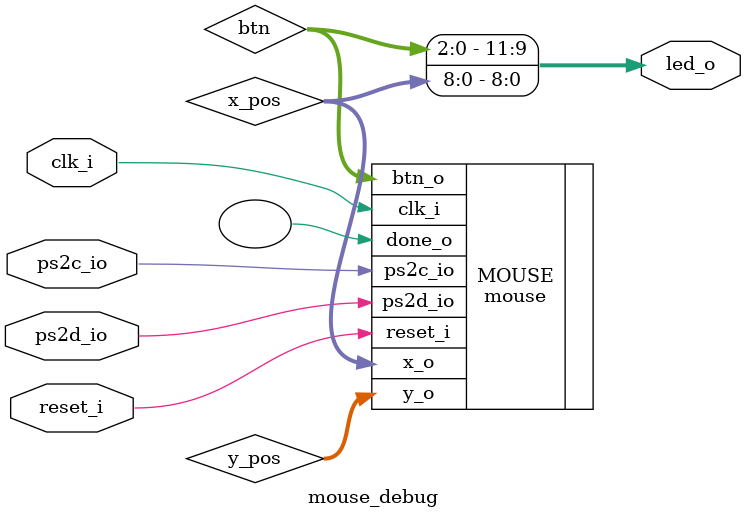
<source format=sv>
`timescale 1ns/1ps
`default_nettype none

module mouse_debug
    (
        input wire clk_i, reset_i,
        inout wire ps2d_io, ps2c_io,
        output logic [11:0] led_o
    );

    // Declarations
    logic [8:0] x_pos;
    logic [8:0] y_pos;
    logic [2:0] btn;

    assign led_o = {btn, x_pos};

    mouse MOUSE(
        .clk_i(clk_i),
        .reset_i(reset_i),
        .ps2d_io(ps2d_io),
        .ps2c_io(ps2c_io),
        .x_o(x_pos),
        .y_o(y_pos),
        .btn_o(btn),
        .done_o()
    );

endmodule

</source>
